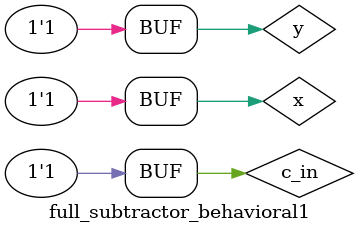
<source format=v>
`timescale 1ns / 1ps

module full_subtractor_behavioral1;

	// Inputs
	reg x;
	reg y;
  	reg c_in;

	// Outputs
	wire diff;
  	wire c_out;

	// Instantiate the Unit Under Test (UUT)
	full_subtractor_behavioral uut (
      	.x(x), 
      	.y(y), 
      	.c_in(c_in),
     	.diff(diff),
      	.c_out(c_out)
	);

	initial begin
      $dumpfile("dump.vcd");
      $dumpvars(1); // Xilinx will not generate these two lines
		// Initialize Inputs
		x = 0;
		y = 0;
      	c_in = 0;
      	#100;
      
      	x = 0;
		y = 0;
      	c_in = 1;
      	#100;
        
      	x = 0;
		y = 1;
      	c_in = 0;
      	#100;
      
      	x = 0;
		y = 1;
      	c_in = 1;
      	#100;
        
      	x = 1;
		y = 0;
      	c_in = 0;
      	#100;
       
      	x = 1;
		y = 0;
      	c_in = 1;
      	#100;
      
      	x = 1;
		y = 1;
  		c_in = 0;
      	#100;

      	x = 1;
		y = 1;
  		c_in = 1;
      	#100;
	end
endmodule

</source>
